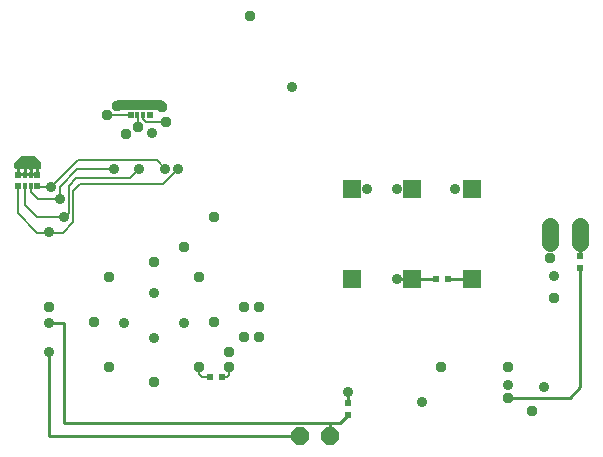
<source format=gbr>
G04 EAGLE Gerber RS-274X export*
G75*
%MOMM*%
%FSLAX34Y34*%
%LPD*%
%INBottom Copper*%
%IPPOS*%
%AMOC8*
5,1,8,0,0,1.08239X$1,22.5*%
G01*
%ADD10R,1.509600X1.509600*%
%ADD11R,0.497841X0.500000*%
%ADD12R,0.300000X0.500000*%
%ADD13R,0.500000X0.600000*%
%ADD14P,1.649562X8X202.500000*%
%ADD15R,0.600000X0.500000*%
%ADD16C,1.422400*%
%ADD17C,0.914400*%
%ADD18C,0.959600*%
%ADD19C,0.254000*%
%ADD20C,0.152400*%
%ADD21C,0.812800*%

G36*
X12232Y232077D02*
X12232Y232077D01*
X17232Y232077D01*
X22742Y232077D01*
X22861Y232092D01*
X22979Y232099D01*
X23018Y232111D01*
X23058Y232116D01*
X23169Y232160D01*
X23282Y232197D01*
X23316Y232219D01*
X23354Y232233D01*
X23450Y232303D01*
X23551Y232367D01*
X23551Y232368D01*
X23578Y232397D01*
X23611Y232420D01*
X23611Y232421D01*
X23612Y232421D01*
X23687Y232513D01*
X23769Y232599D01*
X23789Y232635D01*
X23814Y232666D01*
X23865Y232773D01*
X23923Y232878D01*
X23933Y232917D01*
X23950Y232953D01*
X23972Y233070D01*
X24002Y233186D01*
X24006Y233246D01*
X24010Y233266D01*
X24008Y233286D01*
X24012Y233346D01*
X24012Y238387D01*
X24892Y238387D01*
X25010Y238402D01*
X25129Y238409D01*
X25167Y238422D01*
X25208Y238427D01*
X25318Y238470D01*
X25431Y238507D01*
X25466Y238529D01*
X25503Y238544D01*
X25599Y238613D01*
X25700Y238677D01*
X25728Y238707D01*
X25761Y238730D01*
X25837Y238822D01*
X25918Y238909D01*
X25938Y238944D01*
X25963Y238975D01*
X26014Y239083D01*
X26072Y239187D01*
X26082Y239227D01*
X26099Y239263D01*
X26121Y239380D01*
X26151Y239495D01*
X26155Y239555D01*
X26159Y239575D01*
X26157Y239596D01*
X26158Y239610D01*
X26159Y239612D01*
X26159Y239614D01*
X26161Y239656D01*
X26161Y242824D01*
X26149Y242922D01*
X26146Y243021D01*
X26129Y243079D01*
X26121Y243140D01*
X26085Y243232D01*
X26057Y243327D01*
X26027Y243379D01*
X26004Y243435D01*
X25946Y243515D01*
X25896Y243601D01*
X25830Y243676D01*
X25818Y243693D01*
X25808Y243700D01*
X25790Y243722D01*
X20456Y249056D01*
X20377Y249116D01*
X20305Y249184D01*
X20252Y249213D01*
X20204Y249250D01*
X20113Y249290D01*
X20027Y249338D01*
X19968Y249353D01*
X19912Y249377D01*
X19814Y249392D01*
X19719Y249417D01*
X19619Y249423D01*
X19598Y249427D01*
X19586Y249425D01*
X19558Y249427D01*
X10160Y249427D01*
X10062Y249415D01*
X9963Y249412D01*
X9905Y249395D01*
X9844Y249387D01*
X9752Y249351D01*
X9657Y249323D01*
X9605Y249293D01*
X9549Y249270D01*
X9469Y249212D01*
X9383Y249162D01*
X9308Y249096D01*
X9291Y249084D01*
X9284Y249074D01*
X9263Y249056D01*
X3675Y243468D01*
X3614Y243389D01*
X3546Y243317D01*
X3517Y243264D01*
X3480Y243216D01*
X3440Y243125D01*
X3392Y243039D01*
X3377Y242980D01*
X3353Y242924D01*
X3338Y242826D01*
X3313Y242731D01*
X3307Y242631D01*
X3303Y242610D01*
X3305Y242598D01*
X3303Y242570D01*
X3303Y239656D01*
X3318Y239538D01*
X3325Y239419D01*
X3338Y239381D01*
X3343Y239340D01*
X3386Y239230D01*
X3423Y239117D01*
X3445Y239082D01*
X3460Y239045D01*
X3530Y238949D01*
X3593Y238848D01*
X3623Y238820D01*
X3646Y238787D01*
X3738Y238711D01*
X3825Y238630D01*
X3860Y238610D01*
X3891Y238585D01*
X3999Y238534D01*
X4103Y238476D01*
X4143Y238466D01*
X4179Y238449D01*
X4296Y238427D01*
X4411Y238397D01*
X4472Y238393D01*
X4492Y238389D01*
X4512Y238391D01*
X4572Y238387D01*
X5452Y238387D01*
X5452Y233346D01*
X5467Y233228D01*
X5474Y233109D01*
X5487Y233071D01*
X5492Y233031D01*
X5535Y232920D01*
X5572Y232807D01*
X5594Y232773D01*
X5609Y232735D01*
X5679Y232639D01*
X5742Y232538D01*
X5743Y232538D01*
X5772Y232510D01*
X5795Y232478D01*
X5796Y232477D01*
X5888Y232401D01*
X5974Y232320D01*
X6010Y232300D01*
X6041Y232274D01*
X6149Y232224D01*
X6253Y232166D01*
X6292Y232156D01*
X6329Y232139D01*
X6445Y232117D01*
X6561Y232087D01*
X6621Y232083D01*
X6641Y232079D01*
X6661Y232080D01*
X6722Y232077D01*
X12232Y232077D01*
X12232Y232077D01*
G37*
%LPC*%
G36*
X17232Y234615D02*
X17232Y234615D01*
X12232Y234615D01*
X7991Y234615D01*
X7991Y238387D01*
X9545Y238387D01*
X9643Y238361D01*
X9734Y238348D01*
X9824Y238326D01*
X9891Y238326D01*
X9958Y238317D01*
X10049Y238328D01*
X10142Y238329D01*
X10257Y238352D01*
X10274Y238354D01*
X10281Y238357D01*
X10300Y238361D01*
X10398Y238387D01*
X10963Y238387D01*
X10963Y238213D01*
X10971Y238144D01*
X10970Y238075D01*
X10991Y237987D01*
X11002Y237897D01*
X11028Y237833D01*
X11044Y237766D01*
X11086Y237686D01*
X11119Y237601D01*
X11160Y237546D01*
X11192Y237485D01*
X11293Y237359D01*
X11300Y237352D01*
X11306Y237344D01*
X11307Y237344D01*
X11422Y237248D01*
X11535Y237152D01*
X11544Y237147D01*
X11552Y237141D01*
X11686Y237078D01*
X11820Y237012D01*
X11830Y237010D01*
X11839Y237005D01*
X11986Y236977D01*
X12132Y236947D01*
X12142Y236948D01*
X12152Y236946D01*
X12301Y236955D01*
X12449Y236962D01*
X12459Y236965D01*
X12469Y236965D01*
X12611Y237011D01*
X12753Y237055D01*
X12762Y237060D01*
X12772Y237063D01*
X12898Y237143D01*
X13025Y237221D01*
X13032Y237228D01*
X13040Y237234D01*
X13142Y237342D01*
X13246Y237449D01*
X13251Y237458D01*
X13258Y237465D01*
X13330Y237595D01*
X13404Y237725D01*
X13407Y237735D01*
X13412Y237744D01*
X13449Y237887D01*
X13488Y238032D01*
X13489Y238042D01*
X13491Y238052D01*
X13501Y238212D01*
X13501Y238387D01*
X14066Y238387D01*
X14403Y238296D01*
X14495Y238284D01*
X14585Y238262D01*
X14652Y238262D01*
X14719Y238253D01*
X14810Y238264D01*
X14903Y238265D01*
X15018Y238288D01*
X15034Y238290D01*
X15042Y238293D01*
X15061Y238296D01*
X15398Y238387D01*
X15963Y238387D01*
X15963Y238212D01*
X15964Y238202D01*
X15963Y238192D01*
X15984Y238045D01*
X16002Y237897D01*
X16006Y237887D01*
X16008Y237877D01*
X16065Y237739D01*
X16119Y237601D01*
X16125Y237593D01*
X16129Y237584D01*
X16219Y237464D01*
X16306Y237344D01*
X16314Y237337D01*
X16320Y237329D01*
X16436Y237236D01*
X16551Y237141D01*
X16560Y237137D01*
X16568Y237130D01*
X16705Y237068D01*
X16839Y237005D01*
X16849Y237004D01*
X16858Y236999D01*
X17006Y236973D01*
X17151Y236946D01*
X17161Y236946D01*
X17171Y236944D01*
X17320Y236956D01*
X17469Y236965D01*
X17478Y236968D01*
X17488Y236969D01*
X17630Y237018D01*
X17771Y237063D01*
X17780Y237069D01*
X17789Y237072D01*
X17914Y237154D01*
X18040Y237234D01*
X18047Y237241D01*
X18055Y237246D01*
X18171Y237359D01*
X18211Y237415D01*
X18258Y237465D01*
X18258Y237466D01*
X18302Y237545D01*
X18354Y237619D01*
X18378Y237684D01*
X18412Y237744D01*
X18434Y237832D01*
X18466Y237917D01*
X18474Y237985D01*
X18491Y238052D01*
X18501Y238213D01*
X18501Y238387D01*
X19066Y238387D01*
X19164Y238361D01*
X19256Y238348D01*
X19345Y238326D01*
X19413Y238326D01*
X19479Y238317D01*
X19571Y238328D01*
X19664Y238329D01*
X19778Y238352D01*
X19795Y238354D01*
X19803Y238357D01*
X19821Y238361D01*
X19919Y238387D01*
X21473Y238387D01*
X21473Y234615D01*
X17232Y234615D01*
X17232Y234615D01*
G37*
%LPD*%
D10*
X289560Y144780D03*
X340360Y144780D03*
X340360Y220980D03*
X289560Y220980D03*
X391160Y144780D03*
X391160Y220980D03*
D11*
X117739Y283544D03*
D12*
X112228Y283544D03*
X107228Y283544D03*
D11*
X101717Y283544D03*
X101717Y293544D03*
D12*
X107228Y293544D03*
X112228Y293544D03*
D11*
X117739Y293544D03*
X22743Y223346D03*
D12*
X17232Y223346D03*
X12232Y223346D03*
D11*
X6721Y223346D03*
X6721Y233346D03*
D12*
X12232Y233346D03*
X17232Y233346D03*
D11*
X22743Y233346D03*
D13*
X360252Y144780D03*
X370252Y144780D03*
D14*
X270256Y11684D03*
X244856Y11684D03*
D15*
X286004Y40052D03*
X286004Y30052D03*
D16*
X457200Y175768D02*
X457200Y189992D01*
X482600Y189992D02*
X482600Y175768D01*
D15*
X482600Y154004D03*
X482600Y164004D03*
D13*
X168990Y62230D03*
X178990Y62230D03*
D17*
X302260Y220980D03*
X327660Y220980D03*
X327660Y144780D03*
X452120Y53340D03*
X421132Y55118D03*
X348234Y41148D03*
X459994Y147828D03*
X119888Y268224D03*
X238760Y307340D03*
X286004Y49530D03*
D18*
X147320Y171704D03*
X121920Y159004D03*
X172720Y108204D03*
X121920Y57404D03*
X71120Y108204D03*
X83820Y70104D03*
X160020Y70104D03*
X160020Y146304D03*
X83693Y146304D03*
D19*
X286004Y49530D02*
X286004Y40640D01*
X327660Y144780D02*
X360172Y144780D01*
D18*
X33020Y120904D03*
X198120Y120904D03*
X210820Y120904D03*
D20*
X168910Y62230D02*
X162052Y62230D01*
X160020Y64262D01*
X160020Y70104D01*
D17*
X121920Y133350D03*
X121920Y95250D03*
X147320Y107950D03*
X96520Y107950D03*
D18*
X14732Y242316D03*
X98044Y267970D03*
D21*
X91186Y291592D02*
X92202Y292608D01*
X126492Y292608D01*
X127508Y291592D01*
D19*
X12192Y238506D02*
X12192Y233426D01*
X17272Y233426D02*
X17272Y238252D01*
D17*
X376428Y220980D03*
D18*
X128270Y290830D03*
X90424Y291084D03*
X459994Y128778D03*
X420878Y70104D03*
X198120Y95504D03*
X210820Y95504D03*
X185420Y82804D03*
D17*
X33020Y82804D03*
D19*
X33020Y11684D02*
X244856Y11684D01*
X33020Y11684D02*
X33020Y82804D01*
X270256Y22860D02*
X270256Y11684D01*
X270256Y22860D02*
X45720Y22860D01*
X45720Y107696D01*
X33020Y107696D01*
D17*
X33020Y107696D03*
D19*
X270256Y22860D02*
X278892Y22860D01*
X286004Y29972D01*
D17*
X45466Y197104D03*
X109220Y238252D03*
D20*
X49276Y223774D02*
X49276Y200914D01*
X45466Y197104D01*
X49276Y223774D02*
X55626Y230124D01*
X101092Y230124D01*
X109220Y238252D01*
X45466Y197104D02*
X22352Y197104D01*
X12192Y207264D01*
X12192Y223266D01*
D17*
X41910Y212852D03*
X87376Y237744D03*
D20*
X41910Y212852D02*
X23114Y212852D01*
X17272Y218694D01*
X17272Y223520D01*
X41910Y223012D02*
X41910Y212852D01*
X41910Y223012D02*
X56642Y237744D01*
X87376Y237744D01*
X107696Y273558D02*
X107696Y283210D01*
D18*
X107696Y273558D03*
X81788Y283464D03*
D20*
X101854Y283464D01*
D17*
X34290Y222758D03*
X131064Y238252D03*
D20*
X56896Y245364D02*
X34290Y222758D01*
X56896Y245364D02*
X123952Y245364D01*
X131064Y238252D01*
X34290Y222758D02*
X23368Y222758D01*
X22860Y223266D01*
D17*
X33020Y184404D03*
X142240Y238252D03*
D20*
X44196Y184150D02*
X22860Y184150D01*
X44196Y184150D02*
X53340Y193294D01*
X53340Y219710D01*
X58674Y225044D01*
X129032Y225044D01*
X142240Y238252D01*
X22860Y184150D02*
X6604Y200406D01*
X6604Y223012D01*
X112268Y280416D02*
X112268Y283972D01*
X112268Y280416D02*
X114554Y278130D01*
X131826Y278130D01*
D18*
X131826Y278130D03*
X172720Y197104D03*
X203200Y367538D03*
D19*
X370586Y144780D02*
X391160Y144780D01*
X482600Y164084D02*
X482600Y182626D01*
X482600Y153924D02*
X482600Y53086D01*
X473710Y44196D01*
X421640Y44196D01*
D18*
X421640Y44196D03*
X441960Y32766D03*
X364236Y70104D03*
X457200Y162306D03*
X185420Y70358D03*
D20*
X185420Y64008D01*
X183642Y62230D01*
X179070Y62230D01*
M02*

</source>
